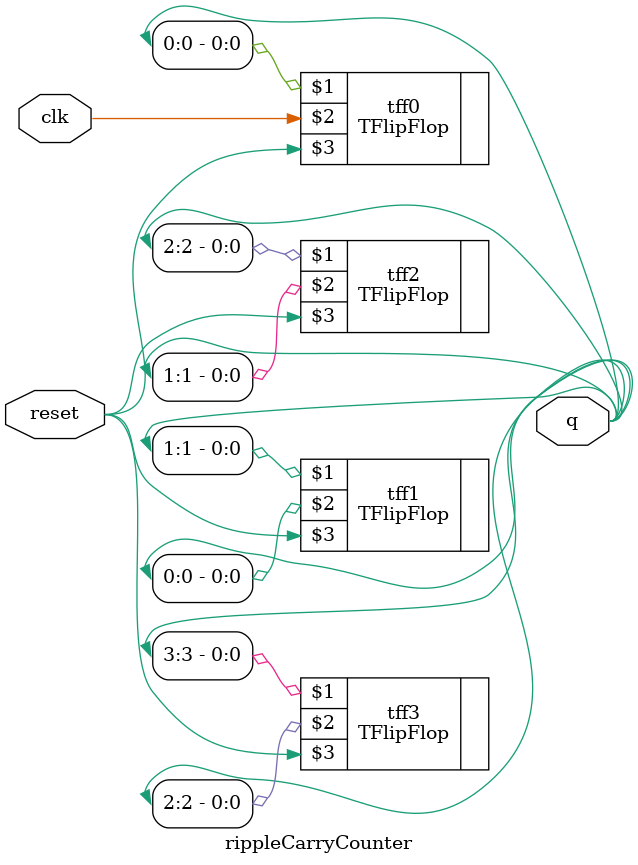
<source format=v>
`timescale 1ns / 1ps


module rippleCarryCounter(
q, clk, reset);
output [3:0] q;
input clk, reset;

TFlipFlop tff0(q[0],clk, reset);
TFlipFlop tff1(q[1],q[0], reset);
TFlipFlop tff2(q[2],q[1], reset);
TFlipFlop tff3(q[3],q[2], reset);

endmodule


</source>
